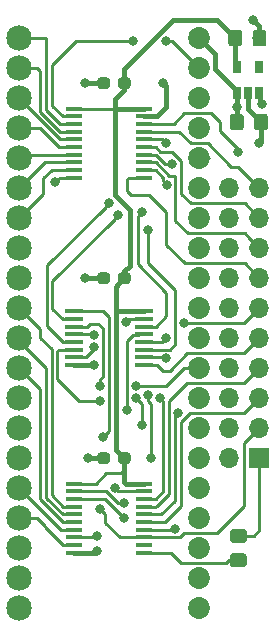
<source format=gbr>
G04 #@! TF.GenerationSoftware,KiCad,Pcbnew,(5.0.0)*
G04 #@! TF.CreationDate,2018-08-25T11:54:27+02:00*
G04 #@! TF.ProjectId,c64board,633634626F6172642E6B696361645F70,rev?*
G04 #@! TF.SameCoordinates,Original*
G04 #@! TF.FileFunction,Copper,L1,Top,Signal*
G04 #@! TF.FilePolarity,Positive*
%FSLAX46Y46*%
G04 Gerber Fmt 4.6, Leading zero omitted, Abs format (unit mm)*
G04 Created by KiCad (PCBNEW (5.0.0)) date 08/25/18 11:54:27*
%MOMM*%
%LPD*%
G01*
G04 APERTURE LIST*
G04 #@! TA.AperFunction,Conductor*
%ADD10C,0.100000*%
G04 #@! TD*
G04 #@! TA.AperFunction,SMDPad,CuDef*
%ADD11C,1.150000*%
G04 #@! TD*
G04 #@! TA.AperFunction,ComponentPad*
%ADD12R,1.700000X1.700000*%
G04 #@! TD*
G04 #@! TA.AperFunction,ComponentPad*
%ADD13O,1.700000X1.700000*%
G04 #@! TD*
G04 #@! TA.AperFunction,SMDPad,CuDef*
%ADD14R,1.450000X0.450000*%
G04 #@! TD*
G04 #@! TA.AperFunction,ComponentPad*
%ADD15C,1.854200*%
G04 #@! TD*
G04 #@! TA.AperFunction,ComponentPad*
%ADD16C,2.159000*%
G04 #@! TD*
G04 #@! TA.AperFunction,SMDPad,CuDef*
%ADD17C,0.950000*%
G04 #@! TD*
G04 #@! TA.AperFunction,SMDPad,CuDef*
%ADD18R,0.650000X1.060000*%
G04 #@! TD*
G04 #@! TA.AperFunction,SMDPad,CuDef*
%ADD19R,1.500000X0.450000*%
G04 #@! TD*
G04 #@! TA.AperFunction,ViaPad*
%ADD20C,0.800000*%
G04 #@! TD*
G04 #@! TA.AperFunction,Conductor*
%ADD21C,0.400000*%
G04 #@! TD*
G04 #@! TA.AperFunction,Conductor*
%ADD22C,0.250000*%
G04 #@! TD*
G04 #@! TA.AperFunction,Conductor*
%ADD23C,0.500000*%
G04 #@! TD*
G04 APERTURE END LIST*
D10*
G04 #@! TO.N,PHI0*
G04 #@! TO.C,R1*
G36*
X153636505Y-97452204D02*
X153660773Y-97455804D01*
X153684572Y-97461765D01*
X153707671Y-97470030D01*
X153729850Y-97480520D01*
X153750893Y-97493132D01*
X153770599Y-97507747D01*
X153788777Y-97524223D01*
X153805253Y-97542401D01*
X153819868Y-97562107D01*
X153832480Y-97583150D01*
X153842970Y-97605329D01*
X153851235Y-97628428D01*
X153857196Y-97652227D01*
X153860796Y-97676495D01*
X153862000Y-97700999D01*
X153862000Y-98351001D01*
X153860796Y-98375505D01*
X153857196Y-98399773D01*
X153851235Y-98423572D01*
X153842970Y-98446671D01*
X153832480Y-98468850D01*
X153819868Y-98489893D01*
X153805253Y-98509599D01*
X153788777Y-98527777D01*
X153770599Y-98544253D01*
X153750893Y-98558868D01*
X153729850Y-98571480D01*
X153707671Y-98581970D01*
X153684572Y-98590235D01*
X153660773Y-98596196D01*
X153636505Y-98599796D01*
X153612001Y-98601000D01*
X152711999Y-98601000D01*
X152687495Y-98599796D01*
X152663227Y-98596196D01*
X152639428Y-98590235D01*
X152616329Y-98581970D01*
X152594150Y-98571480D01*
X152573107Y-98558868D01*
X152553401Y-98544253D01*
X152535223Y-98527777D01*
X152518747Y-98509599D01*
X152504132Y-98489893D01*
X152491520Y-98468850D01*
X152481030Y-98446671D01*
X152472765Y-98423572D01*
X152466804Y-98399773D01*
X152463204Y-98375505D01*
X152462000Y-98351001D01*
X152462000Y-97700999D01*
X152463204Y-97676495D01*
X152466804Y-97652227D01*
X152472765Y-97628428D01*
X152481030Y-97605329D01*
X152491520Y-97583150D01*
X152504132Y-97562107D01*
X152518747Y-97542401D01*
X152535223Y-97524223D01*
X152553401Y-97507747D01*
X152573107Y-97493132D01*
X152594150Y-97480520D01*
X152616329Y-97470030D01*
X152639428Y-97461765D01*
X152663227Y-97455804D01*
X152687495Y-97452204D01*
X152711999Y-97451000D01*
X153612001Y-97451000D01*
X153636505Y-97452204D01*
X153636505Y-97452204D01*
G37*
D11*
G04 #@! TD*
G04 #@! TO.P,R1,1*
G04 #@! TO.N,PHI0*
X153162000Y-98026000D03*
D10*
G04 #@! TO.N,Net-(R1-Pad2)*
G04 #@! TO.C,R1*
G36*
X153636505Y-99502204D02*
X153660773Y-99505804D01*
X153684572Y-99511765D01*
X153707671Y-99520030D01*
X153729850Y-99530520D01*
X153750893Y-99543132D01*
X153770599Y-99557747D01*
X153788777Y-99574223D01*
X153805253Y-99592401D01*
X153819868Y-99612107D01*
X153832480Y-99633150D01*
X153842970Y-99655329D01*
X153851235Y-99678428D01*
X153857196Y-99702227D01*
X153860796Y-99726495D01*
X153862000Y-99750999D01*
X153862000Y-100401001D01*
X153860796Y-100425505D01*
X153857196Y-100449773D01*
X153851235Y-100473572D01*
X153842970Y-100496671D01*
X153832480Y-100518850D01*
X153819868Y-100539893D01*
X153805253Y-100559599D01*
X153788777Y-100577777D01*
X153770599Y-100594253D01*
X153750893Y-100608868D01*
X153729850Y-100621480D01*
X153707671Y-100631970D01*
X153684572Y-100640235D01*
X153660773Y-100646196D01*
X153636505Y-100649796D01*
X153612001Y-100651000D01*
X152711999Y-100651000D01*
X152687495Y-100649796D01*
X152663227Y-100646196D01*
X152639428Y-100640235D01*
X152616329Y-100631970D01*
X152594150Y-100621480D01*
X152573107Y-100608868D01*
X152553401Y-100594253D01*
X152535223Y-100577777D01*
X152518747Y-100559599D01*
X152504132Y-100539893D01*
X152491520Y-100518850D01*
X152481030Y-100496671D01*
X152472765Y-100473572D01*
X152466804Y-100449773D01*
X152463204Y-100425505D01*
X152462000Y-100401001D01*
X152462000Y-99750999D01*
X152463204Y-99726495D01*
X152466804Y-99702227D01*
X152472765Y-99678428D01*
X152481030Y-99655329D01*
X152491520Y-99633150D01*
X152504132Y-99612107D01*
X152518747Y-99592401D01*
X152535223Y-99574223D01*
X152553401Y-99557747D01*
X152573107Y-99543132D01*
X152594150Y-99530520D01*
X152616329Y-99520030D01*
X152639428Y-99511765D01*
X152663227Y-99505804D01*
X152687495Y-99502204D01*
X152711999Y-99501000D01*
X153612001Y-99501000D01*
X153636505Y-99502204D01*
X153636505Y-99502204D01*
G37*
D11*
G04 #@! TD*
G04 #@! TO.P,R1,2*
G04 #@! TO.N,Net-(R1-Pad2)*
X153162000Y-100076000D03*
D12*
G04 #@! TO.P,J1,1*
G04 #@! TO.N,PHI0*
X154940000Y-91440000D03*
D13*
G04 #@! TO.P,J1,2*
G04 #@! TO.N,GND*
X152400000Y-91440000D03*
G04 #@! TO.P,J1,3*
G04 #@! TO.N,AEC*
X154940000Y-88900000D03*
G04 #@! TO.P,J1,4*
G04 #@! TO.N,BA*
X152400000Y-88900000D03*
G04 #@! TO.P,J1,5*
G04 #@! TO.N,RW*
X154940000Y-86360000D03*
G04 #@! TO.P,J1,6*
G04 #@! TO.N,CS*
X152400000Y-86360000D03*
G04 #@! TO.P,J1,7*
G04 #@! TO.N,A0*
X154940000Y-83820000D03*
G04 #@! TO.P,J1,8*
G04 #@! TO.N,A1*
X152400000Y-83820000D03*
G04 #@! TO.P,J1,9*
G04 #@! TO.N,DB8_A2*
X154940000Y-81280000D03*
G04 #@! TO.P,J1,10*
G04 #@! TO.N,DB9_A3*
X152400000Y-81280000D03*
G04 #@! TO.P,J1,11*
G04 #@! TO.N,DB10_A4*
X154940000Y-78740000D03*
G04 #@! TO.P,J1,12*
G04 #@! TO.N,DB11_A5*
X152400000Y-78740000D03*
G04 #@! TO.P,J1,13*
G04 #@! TO.N,DB0*
X154940000Y-76200000D03*
G04 #@! TO.P,J1,14*
G04 #@! TO.N,DB1*
X152400000Y-76200000D03*
G04 #@! TO.P,J1,15*
G04 #@! TO.N,DB2*
X154940000Y-73660000D03*
G04 #@! TO.P,J1,16*
G04 #@! TO.N,DB3*
X152400000Y-73660000D03*
G04 #@! TO.P,J1,17*
G04 #@! TO.N,DB4*
X154940000Y-71120000D03*
G04 #@! TO.P,J1,18*
G04 #@! TO.N,DB5*
X152400000Y-71120000D03*
G04 #@! TO.P,J1,19*
G04 #@! TO.N,DB6*
X154940000Y-68580000D03*
G04 #@! TO.P,J1,20*
G04 #@! TO.N,DB7*
X152400000Y-68580000D03*
G04 #@! TD*
D14*
G04 #@! TO.P,U5,20*
G04 #@! TO.N,+3V3*
X145190000Y-93595000D03*
G04 #@! TO.P,U5,19*
G04 #@! TO.N,GND*
X145190000Y-94245000D03*
G04 #@! TO.P,U5,18*
G04 #@! TO.N,A1*
X145190000Y-94895000D03*
G04 #@! TO.P,U5,17*
G04 #@! TO.N,A0*
X145190000Y-95545000D03*
G04 #@! TO.P,U5,16*
G04 #@! TO.N,CS*
X145190000Y-96195000D03*
G04 #@! TO.P,U5,15*
G04 #@! TO.N,RW*
X145190000Y-96845000D03*
G04 #@! TO.P,U5,14*
G04 #@! TO.N,BA*
X145190000Y-97495000D03*
G04 #@! TO.P,U5,13*
G04 #@! TO.N,AEC*
X145190000Y-98145000D03*
G04 #@! TO.P,U5,12*
G04 #@! TO.N,Net-(U5-Pad12)*
X145190000Y-98795000D03*
G04 #@! TO.P,U5,11*
G04 #@! TO.N,Net-(R1-Pad2)*
X145190000Y-99445000D03*
G04 #@! TO.P,U5,10*
G04 #@! TO.N,GND*
X139290000Y-99445000D03*
G04 #@! TO.P,U5,9*
G04 #@! TO.N,Net-(U1-Pad17)*
X139290000Y-98795000D03*
G04 #@! TO.P,U5,8*
G04 #@! TO.N,GND*
X139290000Y-98145000D03*
G04 #@! TO.P,U5,7*
G04 #@! TO.N,Net-(U1-Pad16)*
X139290000Y-97495000D03*
G04 #@! TO.P,U5,6*
G04 #@! TO.N,Net-(U1-Pad12)*
X139290000Y-96845000D03*
G04 #@! TO.P,U5,5*
G04 #@! TO.N,Net-(U1-Pad11)*
X139290000Y-96195000D03*
G04 #@! TO.P,U5,4*
G04 #@! TO.N,Net-(U1-Pad10)*
X139290000Y-95545000D03*
G04 #@! TO.P,U5,3*
G04 #@! TO.N,Net-(U1-Pad24)*
X139290000Y-94895000D03*
G04 #@! TO.P,U5,2*
G04 #@! TO.N,Net-(U1-Pad25)*
X139290000Y-94245000D03*
G04 #@! TO.P,U5,1*
G04 #@! TO.N,+3V3*
X139290000Y-93595000D03*
G04 #@! TD*
D15*
G04 #@! TO.P,U1,40*
G04 #@! TO.N,+5V*
X149860000Y-55880000D03*
G04 #@! TO.P,U1,39*
G04 #@! TO.N,Net-(U1-Pad39)*
X149860000Y-58420000D03*
G04 #@! TO.P,U1,38*
G04 #@! TO.N,Net-(U1-Pad38)*
X149860000Y-60960000D03*
G04 #@! TO.P,U1,37*
G04 #@! TO.N,Net-(U1-Pad37)*
X149860000Y-63500000D03*
G04 #@! TO.P,U1,36*
G04 #@! TO.N,Net-(U1-Pad36)*
X149860000Y-66040000D03*
G04 #@! TO.P,U1,35*
G04 #@! TO.N,Net-(U1-Pad35)*
X149860000Y-68580000D03*
G04 #@! TO.P,U1,34*
G04 #@! TO.N,Net-(U1-Pad34)*
X149860000Y-71120000D03*
G04 #@! TO.P,U1,33*
G04 #@! TO.N,Net-(U1-Pad33)*
X149860000Y-73660000D03*
G04 #@! TO.P,U1,32*
G04 #@! TO.N,Net-(U1-Pad32)*
X149860000Y-76200000D03*
G04 #@! TO.P,U1,31*
G04 #@! TO.N,Net-(U1-Pad31)*
X149860000Y-78740000D03*
G04 #@! TO.P,U1,30*
G04 #@! TO.N,Net-(U1-Pad30)*
X149860000Y-81280000D03*
G04 #@! TO.P,U1,29*
G04 #@! TO.N,Net-(U1-Pad29)*
X149860000Y-83820000D03*
G04 #@! TO.P,U1,28*
G04 #@! TO.N,Net-(U1-Pad28)*
X149860000Y-86360000D03*
G04 #@! TO.P,U1,27*
G04 #@! TO.N,Net-(U1-Pad27)*
X149860000Y-88900000D03*
G04 #@! TO.P,U1,26*
G04 #@! TO.N,Net-(U1-Pad26)*
X149860000Y-91440000D03*
G04 #@! TO.P,U1,25*
G04 #@! TO.N,Net-(U1-Pad25)*
X149860000Y-93980000D03*
G04 #@! TO.P,U1,24*
G04 #@! TO.N,Net-(U1-Pad24)*
X149860000Y-96520000D03*
G04 #@! TO.P,U1,23*
G04 #@! TO.N,Net-(U1-Pad23)*
X149860000Y-99060000D03*
G04 #@! TO.P,U1,22*
G04 #@! TO.N,Net-(U1-Pad22)*
X149860000Y-101600000D03*
G04 #@! TO.P,U1,21*
G04 #@! TO.N,Net-(U1-Pad21)*
X149860000Y-104140000D03*
D16*
G04 #@! TO.P,U1,20*
G04 #@! TO.N,GND*
X134620000Y-104140000D03*
G04 #@! TO.P,U1,19*
G04 #@! TO.N,Net-(U1-Pad19)*
X134620000Y-101600000D03*
G04 #@! TO.P,U1,18*
G04 #@! TO.N,Net-(U1-Pad18)*
X134620000Y-99060000D03*
G04 #@! TO.P,U1,17*
G04 #@! TO.N,Net-(U1-Pad17)*
X134620000Y-96520000D03*
G04 #@! TO.P,U1,16*
G04 #@! TO.N,Net-(U1-Pad16)*
X134620000Y-93980000D03*
G04 #@! TO.P,U1,15*
G04 #@! TO.N,Net-(U1-Pad15)*
X134620000Y-91440000D03*
G04 #@! TO.P,U1,14*
G04 #@! TO.N,Net-(U1-Pad14)*
X134620000Y-88900000D03*
G04 #@! TO.P,U1,13*
G04 #@! TO.N,Net-(U1-Pad13)*
X134620000Y-86360000D03*
G04 #@! TO.P,U1,12*
G04 #@! TO.N,Net-(U1-Pad12)*
X134620000Y-83820000D03*
G04 #@! TO.P,U1,11*
G04 #@! TO.N,Net-(U1-Pad11)*
X134620000Y-81280000D03*
G04 #@! TO.P,U1,9*
G04 #@! TO.N,Net-(U1-Pad9)*
X134620000Y-76200000D03*
G04 #@! TO.P,U1,8*
G04 #@! TO.N,Net-(U1-Pad8)*
X134620000Y-73660000D03*
G04 #@! TO.P,U1,7*
G04 #@! TO.N,Net-(U1-Pad7)*
X134620000Y-71120000D03*
G04 #@! TO.P,U1,6*
G04 #@! TO.N,Net-(U1-Pad6)*
X134620000Y-68580000D03*
G04 #@! TO.P,U1,5*
G04 #@! TO.N,Net-(U1-Pad5)*
X134620000Y-66040000D03*
G04 #@! TO.P,U1,4*
G04 #@! TO.N,Net-(U1-Pad4)*
X134620000Y-63500000D03*
G04 #@! TO.P,U1,3*
G04 #@! TO.N,Net-(U1-Pad3)*
X134620000Y-60960000D03*
G04 #@! TO.P,U1,2*
G04 #@! TO.N,Net-(U1-Pad2)*
X134620000Y-58420000D03*
G04 #@! TO.P,U1,1*
G04 #@! TO.N,Net-(U1-Pad1)*
X134620000Y-55880000D03*
G04 #@! TO.P,U1,10*
G04 #@! TO.N,Net-(U1-Pad10)*
X134620000Y-78740000D03*
G04 #@! TD*
D10*
G04 #@! TO.N,+5V*
G04 #@! TO.C,C1*
G36*
X153384505Y-62293204D02*
X153408773Y-62296804D01*
X153432572Y-62302765D01*
X153455671Y-62311030D01*
X153477850Y-62321520D01*
X153498893Y-62334132D01*
X153518599Y-62348747D01*
X153536777Y-62365223D01*
X153553253Y-62383401D01*
X153567868Y-62403107D01*
X153580480Y-62424150D01*
X153590970Y-62446329D01*
X153599235Y-62469428D01*
X153605196Y-62493227D01*
X153608796Y-62517495D01*
X153610000Y-62541999D01*
X153610000Y-63442001D01*
X153608796Y-63466505D01*
X153605196Y-63490773D01*
X153599235Y-63514572D01*
X153590970Y-63537671D01*
X153580480Y-63559850D01*
X153567868Y-63580893D01*
X153553253Y-63600599D01*
X153536777Y-63618777D01*
X153518599Y-63635253D01*
X153498893Y-63649868D01*
X153477850Y-63662480D01*
X153455671Y-63672970D01*
X153432572Y-63681235D01*
X153408773Y-63687196D01*
X153384505Y-63690796D01*
X153360001Y-63692000D01*
X152709999Y-63692000D01*
X152685495Y-63690796D01*
X152661227Y-63687196D01*
X152637428Y-63681235D01*
X152614329Y-63672970D01*
X152592150Y-63662480D01*
X152571107Y-63649868D01*
X152551401Y-63635253D01*
X152533223Y-63618777D01*
X152516747Y-63600599D01*
X152502132Y-63580893D01*
X152489520Y-63559850D01*
X152479030Y-63537671D01*
X152470765Y-63514572D01*
X152464804Y-63490773D01*
X152461204Y-63466505D01*
X152460000Y-63442001D01*
X152460000Y-62541999D01*
X152461204Y-62517495D01*
X152464804Y-62493227D01*
X152470765Y-62469428D01*
X152479030Y-62446329D01*
X152489520Y-62424150D01*
X152502132Y-62403107D01*
X152516747Y-62383401D01*
X152533223Y-62365223D01*
X152551401Y-62348747D01*
X152571107Y-62334132D01*
X152592150Y-62321520D01*
X152614329Y-62311030D01*
X152637428Y-62302765D01*
X152661227Y-62296804D01*
X152685495Y-62293204D01*
X152709999Y-62292000D01*
X153360001Y-62292000D01*
X153384505Y-62293204D01*
X153384505Y-62293204D01*
G37*
D11*
G04 #@! TD*
G04 #@! TO.P,C1,1*
G04 #@! TO.N,+5V*
X153035000Y-62992000D03*
D10*
G04 #@! TO.N,GND*
G04 #@! TO.C,C1*
G36*
X155434505Y-62293204D02*
X155458773Y-62296804D01*
X155482572Y-62302765D01*
X155505671Y-62311030D01*
X155527850Y-62321520D01*
X155548893Y-62334132D01*
X155568599Y-62348747D01*
X155586777Y-62365223D01*
X155603253Y-62383401D01*
X155617868Y-62403107D01*
X155630480Y-62424150D01*
X155640970Y-62446329D01*
X155649235Y-62469428D01*
X155655196Y-62493227D01*
X155658796Y-62517495D01*
X155660000Y-62541999D01*
X155660000Y-63442001D01*
X155658796Y-63466505D01*
X155655196Y-63490773D01*
X155649235Y-63514572D01*
X155640970Y-63537671D01*
X155630480Y-63559850D01*
X155617868Y-63580893D01*
X155603253Y-63600599D01*
X155586777Y-63618777D01*
X155568599Y-63635253D01*
X155548893Y-63649868D01*
X155527850Y-63662480D01*
X155505671Y-63672970D01*
X155482572Y-63681235D01*
X155458773Y-63687196D01*
X155434505Y-63690796D01*
X155410001Y-63692000D01*
X154759999Y-63692000D01*
X154735495Y-63690796D01*
X154711227Y-63687196D01*
X154687428Y-63681235D01*
X154664329Y-63672970D01*
X154642150Y-63662480D01*
X154621107Y-63649868D01*
X154601401Y-63635253D01*
X154583223Y-63618777D01*
X154566747Y-63600599D01*
X154552132Y-63580893D01*
X154539520Y-63559850D01*
X154529030Y-63537671D01*
X154520765Y-63514572D01*
X154514804Y-63490773D01*
X154511204Y-63466505D01*
X154510000Y-63442001D01*
X154510000Y-62541999D01*
X154511204Y-62517495D01*
X154514804Y-62493227D01*
X154520765Y-62469428D01*
X154529030Y-62446329D01*
X154539520Y-62424150D01*
X154552132Y-62403107D01*
X154566747Y-62383401D01*
X154583223Y-62365223D01*
X154601401Y-62348747D01*
X154621107Y-62334132D01*
X154642150Y-62321520D01*
X154664329Y-62311030D01*
X154687428Y-62302765D01*
X154711227Y-62296804D01*
X154735495Y-62293204D01*
X154759999Y-62292000D01*
X155410001Y-62292000D01*
X155434505Y-62293204D01*
X155434505Y-62293204D01*
G37*
D11*
G04 #@! TD*
G04 #@! TO.P,C1,2*
G04 #@! TO.N,GND*
X155085000Y-62992000D03*
D10*
G04 #@! TO.N,GND*
G04 #@! TO.C,C2*
G36*
X155298505Y-55181204D02*
X155322773Y-55184804D01*
X155346572Y-55190765D01*
X155369671Y-55199030D01*
X155391850Y-55209520D01*
X155412893Y-55222132D01*
X155432599Y-55236747D01*
X155450777Y-55253223D01*
X155467253Y-55271401D01*
X155481868Y-55291107D01*
X155494480Y-55312150D01*
X155504970Y-55334329D01*
X155513235Y-55357428D01*
X155519196Y-55381227D01*
X155522796Y-55405495D01*
X155524000Y-55429999D01*
X155524000Y-56330001D01*
X155522796Y-56354505D01*
X155519196Y-56378773D01*
X155513235Y-56402572D01*
X155504970Y-56425671D01*
X155494480Y-56447850D01*
X155481868Y-56468893D01*
X155467253Y-56488599D01*
X155450777Y-56506777D01*
X155432599Y-56523253D01*
X155412893Y-56537868D01*
X155391850Y-56550480D01*
X155369671Y-56560970D01*
X155346572Y-56569235D01*
X155322773Y-56575196D01*
X155298505Y-56578796D01*
X155274001Y-56580000D01*
X154623999Y-56580000D01*
X154599495Y-56578796D01*
X154575227Y-56575196D01*
X154551428Y-56569235D01*
X154528329Y-56560970D01*
X154506150Y-56550480D01*
X154485107Y-56537868D01*
X154465401Y-56523253D01*
X154447223Y-56506777D01*
X154430747Y-56488599D01*
X154416132Y-56468893D01*
X154403520Y-56447850D01*
X154393030Y-56425671D01*
X154384765Y-56402572D01*
X154378804Y-56378773D01*
X154375204Y-56354505D01*
X154374000Y-56330001D01*
X154374000Y-55429999D01*
X154375204Y-55405495D01*
X154378804Y-55381227D01*
X154384765Y-55357428D01*
X154393030Y-55334329D01*
X154403520Y-55312150D01*
X154416132Y-55291107D01*
X154430747Y-55271401D01*
X154447223Y-55253223D01*
X154465401Y-55236747D01*
X154485107Y-55222132D01*
X154506150Y-55209520D01*
X154528329Y-55199030D01*
X154551428Y-55190765D01*
X154575227Y-55184804D01*
X154599495Y-55181204D01*
X154623999Y-55180000D01*
X155274001Y-55180000D01*
X155298505Y-55181204D01*
X155298505Y-55181204D01*
G37*
D11*
G04 #@! TD*
G04 #@! TO.P,C2,2*
G04 #@! TO.N,GND*
X154949000Y-55880000D03*
D10*
G04 #@! TO.N,+3V3*
G04 #@! TO.C,C2*
G36*
X153248505Y-55181204D02*
X153272773Y-55184804D01*
X153296572Y-55190765D01*
X153319671Y-55199030D01*
X153341850Y-55209520D01*
X153362893Y-55222132D01*
X153382599Y-55236747D01*
X153400777Y-55253223D01*
X153417253Y-55271401D01*
X153431868Y-55291107D01*
X153444480Y-55312150D01*
X153454970Y-55334329D01*
X153463235Y-55357428D01*
X153469196Y-55381227D01*
X153472796Y-55405495D01*
X153474000Y-55429999D01*
X153474000Y-56330001D01*
X153472796Y-56354505D01*
X153469196Y-56378773D01*
X153463235Y-56402572D01*
X153454970Y-56425671D01*
X153444480Y-56447850D01*
X153431868Y-56468893D01*
X153417253Y-56488599D01*
X153400777Y-56506777D01*
X153382599Y-56523253D01*
X153362893Y-56537868D01*
X153341850Y-56550480D01*
X153319671Y-56560970D01*
X153296572Y-56569235D01*
X153272773Y-56575196D01*
X153248505Y-56578796D01*
X153224001Y-56580000D01*
X152573999Y-56580000D01*
X152549495Y-56578796D01*
X152525227Y-56575196D01*
X152501428Y-56569235D01*
X152478329Y-56560970D01*
X152456150Y-56550480D01*
X152435107Y-56537868D01*
X152415401Y-56523253D01*
X152397223Y-56506777D01*
X152380747Y-56488599D01*
X152366132Y-56468893D01*
X152353520Y-56447850D01*
X152343030Y-56425671D01*
X152334765Y-56402572D01*
X152328804Y-56378773D01*
X152325204Y-56354505D01*
X152324000Y-56330001D01*
X152324000Y-55429999D01*
X152325204Y-55405495D01*
X152328804Y-55381227D01*
X152334765Y-55357428D01*
X152343030Y-55334329D01*
X152353520Y-55312150D01*
X152366132Y-55291107D01*
X152380747Y-55271401D01*
X152397223Y-55253223D01*
X152415401Y-55236747D01*
X152435107Y-55222132D01*
X152456150Y-55209520D01*
X152478329Y-55199030D01*
X152501428Y-55190765D01*
X152525227Y-55184804D01*
X152549495Y-55181204D01*
X152573999Y-55180000D01*
X153224001Y-55180000D01*
X153248505Y-55181204D01*
X153248505Y-55181204D01*
G37*
D11*
G04 #@! TD*
G04 #@! TO.P,C2,1*
G04 #@! TO.N,+3V3*
X152899000Y-55880000D03*
D10*
G04 #@! TO.N,+3V3*
G04 #@! TO.C,C3*
G36*
X143820779Y-75726144D02*
X143843834Y-75729563D01*
X143866443Y-75735227D01*
X143888387Y-75743079D01*
X143909457Y-75753044D01*
X143929448Y-75765026D01*
X143948168Y-75778910D01*
X143965438Y-75794562D01*
X143981090Y-75811832D01*
X143994974Y-75830552D01*
X144006956Y-75850543D01*
X144016921Y-75871613D01*
X144024773Y-75893557D01*
X144030437Y-75916166D01*
X144033856Y-75939221D01*
X144035000Y-75962500D01*
X144035000Y-76437500D01*
X144033856Y-76460779D01*
X144030437Y-76483834D01*
X144024773Y-76506443D01*
X144016921Y-76528387D01*
X144006956Y-76549457D01*
X143994974Y-76569448D01*
X143981090Y-76588168D01*
X143965438Y-76605438D01*
X143948168Y-76621090D01*
X143929448Y-76634974D01*
X143909457Y-76646956D01*
X143888387Y-76656921D01*
X143866443Y-76664773D01*
X143843834Y-76670437D01*
X143820779Y-76673856D01*
X143797500Y-76675000D01*
X143222500Y-76675000D01*
X143199221Y-76673856D01*
X143176166Y-76670437D01*
X143153557Y-76664773D01*
X143131613Y-76656921D01*
X143110543Y-76646956D01*
X143090552Y-76634974D01*
X143071832Y-76621090D01*
X143054562Y-76605438D01*
X143038910Y-76588168D01*
X143025026Y-76569448D01*
X143013044Y-76549457D01*
X143003079Y-76528387D01*
X142995227Y-76506443D01*
X142989563Y-76483834D01*
X142986144Y-76460779D01*
X142985000Y-76437500D01*
X142985000Y-75962500D01*
X142986144Y-75939221D01*
X142989563Y-75916166D01*
X142995227Y-75893557D01*
X143003079Y-75871613D01*
X143013044Y-75850543D01*
X143025026Y-75830552D01*
X143038910Y-75811832D01*
X143054562Y-75794562D01*
X143071832Y-75778910D01*
X143090552Y-75765026D01*
X143110543Y-75753044D01*
X143131613Y-75743079D01*
X143153557Y-75735227D01*
X143176166Y-75729563D01*
X143199221Y-75726144D01*
X143222500Y-75725000D01*
X143797500Y-75725000D01*
X143820779Y-75726144D01*
X143820779Y-75726144D01*
G37*
D17*
G04 #@! TD*
G04 #@! TO.P,C3,1*
G04 #@! TO.N,+3V3*
X143510000Y-76200000D03*
D10*
G04 #@! TO.N,GND*
G04 #@! TO.C,C3*
G36*
X142070779Y-75726144D02*
X142093834Y-75729563D01*
X142116443Y-75735227D01*
X142138387Y-75743079D01*
X142159457Y-75753044D01*
X142179448Y-75765026D01*
X142198168Y-75778910D01*
X142215438Y-75794562D01*
X142231090Y-75811832D01*
X142244974Y-75830552D01*
X142256956Y-75850543D01*
X142266921Y-75871613D01*
X142274773Y-75893557D01*
X142280437Y-75916166D01*
X142283856Y-75939221D01*
X142285000Y-75962500D01*
X142285000Y-76437500D01*
X142283856Y-76460779D01*
X142280437Y-76483834D01*
X142274773Y-76506443D01*
X142266921Y-76528387D01*
X142256956Y-76549457D01*
X142244974Y-76569448D01*
X142231090Y-76588168D01*
X142215438Y-76605438D01*
X142198168Y-76621090D01*
X142179448Y-76634974D01*
X142159457Y-76646956D01*
X142138387Y-76656921D01*
X142116443Y-76664773D01*
X142093834Y-76670437D01*
X142070779Y-76673856D01*
X142047500Y-76675000D01*
X141472500Y-76675000D01*
X141449221Y-76673856D01*
X141426166Y-76670437D01*
X141403557Y-76664773D01*
X141381613Y-76656921D01*
X141360543Y-76646956D01*
X141340552Y-76634974D01*
X141321832Y-76621090D01*
X141304562Y-76605438D01*
X141288910Y-76588168D01*
X141275026Y-76569448D01*
X141263044Y-76549457D01*
X141253079Y-76528387D01*
X141245227Y-76506443D01*
X141239563Y-76483834D01*
X141236144Y-76460779D01*
X141235000Y-76437500D01*
X141235000Y-75962500D01*
X141236144Y-75939221D01*
X141239563Y-75916166D01*
X141245227Y-75893557D01*
X141253079Y-75871613D01*
X141263044Y-75850543D01*
X141275026Y-75830552D01*
X141288910Y-75811832D01*
X141304562Y-75794562D01*
X141321832Y-75778910D01*
X141340552Y-75765026D01*
X141360543Y-75753044D01*
X141381613Y-75743079D01*
X141403557Y-75735227D01*
X141426166Y-75729563D01*
X141449221Y-75726144D01*
X141472500Y-75725000D01*
X142047500Y-75725000D01*
X142070779Y-75726144D01*
X142070779Y-75726144D01*
G37*
D17*
G04 #@! TD*
G04 #@! TO.P,C3,2*
G04 #@! TO.N,GND*
X141760000Y-76200000D03*
D10*
G04 #@! TO.N,GND*
G04 #@! TO.C,C4*
G36*
X142070779Y-59216144D02*
X142093834Y-59219563D01*
X142116443Y-59225227D01*
X142138387Y-59233079D01*
X142159457Y-59243044D01*
X142179448Y-59255026D01*
X142198168Y-59268910D01*
X142215438Y-59284562D01*
X142231090Y-59301832D01*
X142244974Y-59320552D01*
X142256956Y-59340543D01*
X142266921Y-59361613D01*
X142274773Y-59383557D01*
X142280437Y-59406166D01*
X142283856Y-59429221D01*
X142285000Y-59452500D01*
X142285000Y-59927500D01*
X142283856Y-59950779D01*
X142280437Y-59973834D01*
X142274773Y-59996443D01*
X142266921Y-60018387D01*
X142256956Y-60039457D01*
X142244974Y-60059448D01*
X142231090Y-60078168D01*
X142215438Y-60095438D01*
X142198168Y-60111090D01*
X142179448Y-60124974D01*
X142159457Y-60136956D01*
X142138387Y-60146921D01*
X142116443Y-60154773D01*
X142093834Y-60160437D01*
X142070779Y-60163856D01*
X142047500Y-60165000D01*
X141472500Y-60165000D01*
X141449221Y-60163856D01*
X141426166Y-60160437D01*
X141403557Y-60154773D01*
X141381613Y-60146921D01*
X141360543Y-60136956D01*
X141340552Y-60124974D01*
X141321832Y-60111090D01*
X141304562Y-60095438D01*
X141288910Y-60078168D01*
X141275026Y-60059448D01*
X141263044Y-60039457D01*
X141253079Y-60018387D01*
X141245227Y-59996443D01*
X141239563Y-59973834D01*
X141236144Y-59950779D01*
X141235000Y-59927500D01*
X141235000Y-59452500D01*
X141236144Y-59429221D01*
X141239563Y-59406166D01*
X141245227Y-59383557D01*
X141253079Y-59361613D01*
X141263044Y-59340543D01*
X141275026Y-59320552D01*
X141288910Y-59301832D01*
X141304562Y-59284562D01*
X141321832Y-59268910D01*
X141340552Y-59255026D01*
X141360543Y-59243044D01*
X141381613Y-59233079D01*
X141403557Y-59225227D01*
X141426166Y-59219563D01*
X141449221Y-59216144D01*
X141472500Y-59215000D01*
X142047500Y-59215000D01*
X142070779Y-59216144D01*
X142070779Y-59216144D01*
G37*
D17*
G04 #@! TD*
G04 #@! TO.P,C4,2*
G04 #@! TO.N,GND*
X141760000Y-59690000D03*
D10*
G04 #@! TO.N,+3V3*
G04 #@! TO.C,C4*
G36*
X143820779Y-59216144D02*
X143843834Y-59219563D01*
X143866443Y-59225227D01*
X143888387Y-59233079D01*
X143909457Y-59243044D01*
X143929448Y-59255026D01*
X143948168Y-59268910D01*
X143965438Y-59284562D01*
X143981090Y-59301832D01*
X143994974Y-59320552D01*
X144006956Y-59340543D01*
X144016921Y-59361613D01*
X144024773Y-59383557D01*
X144030437Y-59406166D01*
X144033856Y-59429221D01*
X144035000Y-59452500D01*
X144035000Y-59927500D01*
X144033856Y-59950779D01*
X144030437Y-59973834D01*
X144024773Y-59996443D01*
X144016921Y-60018387D01*
X144006956Y-60039457D01*
X143994974Y-60059448D01*
X143981090Y-60078168D01*
X143965438Y-60095438D01*
X143948168Y-60111090D01*
X143929448Y-60124974D01*
X143909457Y-60136956D01*
X143888387Y-60146921D01*
X143866443Y-60154773D01*
X143843834Y-60160437D01*
X143820779Y-60163856D01*
X143797500Y-60165000D01*
X143222500Y-60165000D01*
X143199221Y-60163856D01*
X143176166Y-60160437D01*
X143153557Y-60154773D01*
X143131613Y-60146921D01*
X143110543Y-60136956D01*
X143090552Y-60124974D01*
X143071832Y-60111090D01*
X143054562Y-60095438D01*
X143038910Y-60078168D01*
X143025026Y-60059448D01*
X143013044Y-60039457D01*
X143003079Y-60018387D01*
X142995227Y-59996443D01*
X142989563Y-59973834D01*
X142986144Y-59950779D01*
X142985000Y-59927500D01*
X142985000Y-59452500D01*
X142986144Y-59429221D01*
X142989563Y-59406166D01*
X142995227Y-59383557D01*
X143003079Y-59361613D01*
X143013044Y-59340543D01*
X143025026Y-59320552D01*
X143038910Y-59301832D01*
X143054562Y-59284562D01*
X143071832Y-59268910D01*
X143090552Y-59255026D01*
X143110543Y-59243044D01*
X143131613Y-59233079D01*
X143153557Y-59225227D01*
X143176166Y-59219563D01*
X143199221Y-59216144D01*
X143222500Y-59215000D01*
X143797500Y-59215000D01*
X143820779Y-59216144D01*
X143820779Y-59216144D01*
G37*
D17*
G04 #@! TD*
G04 #@! TO.P,C4,1*
G04 #@! TO.N,+3V3*
X143510000Y-59690000D03*
D10*
G04 #@! TO.N,+3V3*
G04 #@! TO.C,C5*
G36*
X143820779Y-90966144D02*
X143843834Y-90969563D01*
X143866443Y-90975227D01*
X143888387Y-90983079D01*
X143909457Y-90993044D01*
X143929448Y-91005026D01*
X143948168Y-91018910D01*
X143965438Y-91034562D01*
X143981090Y-91051832D01*
X143994974Y-91070552D01*
X144006956Y-91090543D01*
X144016921Y-91111613D01*
X144024773Y-91133557D01*
X144030437Y-91156166D01*
X144033856Y-91179221D01*
X144035000Y-91202500D01*
X144035000Y-91677500D01*
X144033856Y-91700779D01*
X144030437Y-91723834D01*
X144024773Y-91746443D01*
X144016921Y-91768387D01*
X144006956Y-91789457D01*
X143994974Y-91809448D01*
X143981090Y-91828168D01*
X143965438Y-91845438D01*
X143948168Y-91861090D01*
X143929448Y-91874974D01*
X143909457Y-91886956D01*
X143888387Y-91896921D01*
X143866443Y-91904773D01*
X143843834Y-91910437D01*
X143820779Y-91913856D01*
X143797500Y-91915000D01*
X143222500Y-91915000D01*
X143199221Y-91913856D01*
X143176166Y-91910437D01*
X143153557Y-91904773D01*
X143131613Y-91896921D01*
X143110543Y-91886956D01*
X143090552Y-91874974D01*
X143071832Y-91861090D01*
X143054562Y-91845438D01*
X143038910Y-91828168D01*
X143025026Y-91809448D01*
X143013044Y-91789457D01*
X143003079Y-91768387D01*
X142995227Y-91746443D01*
X142989563Y-91723834D01*
X142986144Y-91700779D01*
X142985000Y-91677500D01*
X142985000Y-91202500D01*
X142986144Y-91179221D01*
X142989563Y-91156166D01*
X142995227Y-91133557D01*
X143003079Y-91111613D01*
X143013044Y-91090543D01*
X143025026Y-91070552D01*
X143038910Y-91051832D01*
X143054562Y-91034562D01*
X143071832Y-91018910D01*
X143090552Y-91005026D01*
X143110543Y-90993044D01*
X143131613Y-90983079D01*
X143153557Y-90975227D01*
X143176166Y-90969563D01*
X143199221Y-90966144D01*
X143222500Y-90965000D01*
X143797500Y-90965000D01*
X143820779Y-90966144D01*
X143820779Y-90966144D01*
G37*
D17*
G04 #@! TD*
G04 #@! TO.P,C5,1*
G04 #@! TO.N,+3V3*
X143510000Y-91440000D03*
D10*
G04 #@! TO.N,GND*
G04 #@! TO.C,C5*
G36*
X142070779Y-90966144D02*
X142093834Y-90969563D01*
X142116443Y-90975227D01*
X142138387Y-90983079D01*
X142159457Y-90993044D01*
X142179448Y-91005026D01*
X142198168Y-91018910D01*
X142215438Y-91034562D01*
X142231090Y-91051832D01*
X142244974Y-91070552D01*
X142256956Y-91090543D01*
X142266921Y-91111613D01*
X142274773Y-91133557D01*
X142280437Y-91156166D01*
X142283856Y-91179221D01*
X142285000Y-91202500D01*
X142285000Y-91677500D01*
X142283856Y-91700779D01*
X142280437Y-91723834D01*
X142274773Y-91746443D01*
X142266921Y-91768387D01*
X142256956Y-91789457D01*
X142244974Y-91809448D01*
X142231090Y-91828168D01*
X142215438Y-91845438D01*
X142198168Y-91861090D01*
X142179448Y-91874974D01*
X142159457Y-91886956D01*
X142138387Y-91896921D01*
X142116443Y-91904773D01*
X142093834Y-91910437D01*
X142070779Y-91913856D01*
X142047500Y-91915000D01*
X141472500Y-91915000D01*
X141449221Y-91913856D01*
X141426166Y-91910437D01*
X141403557Y-91904773D01*
X141381613Y-91896921D01*
X141360543Y-91886956D01*
X141340552Y-91874974D01*
X141321832Y-91861090D01*
X141304562Y-91845438D01*
X141288910Y-91828168D01*
X141275026Y-91809448D01*
X141263044Y-91789457D01*
X141253079Y-91768387D01*
X141245227Y-91746443D01*
X141239563Y-91723834D01*
X141236144Y-91700779D01*
X141235000Y-91677500D01*
X141235000Y-91202500D01*
X141236144Y-91179221D01*
X141239563Y-91156166D01*
X141245227Y-91133557D01*
X141253079Y-91111613D01*
X141263044Y-91090543D01*
X141275026Y-91070552D01*
X141288910Y-91051832D01*
X141304562Y-91034562D01*
X141321832Y-91018910D01*
X141340552Y-91005026D01*
X141360543Y-90993044D01*
X141381613Y-90983079D01*
X141403557Y-90975227D01*
X141426166Y-90969563D01*
X141449221Y-90966144D01*
X141472500Y-90965000D01*
X142047500Y-90965000D01*
X142070779Y-90966144D01*
X142070779Y-90966144D01*
G37*
D17*
G04 #@! TD*
G04 #@! TO.P,C5,2*
G04 #@! TO.N,GND*
X141760000Y-91440000D03*
D18*
G04 #@! TO.P,U2,1*
G04 #@! TO.N,+5V*
X153040000Y-60536000D03*
G04 #@! TO.P,U2,2*
G04 #@! TO.N,GND*
X153990000Y-60536000D03*
G04 #@! TO.P,U2,3*
G04 #@! TO.N,+5V*
X154940000Y-60536000D03*
G04 #@! TO.P,U2,4*
G04 #@! TO.N,Net-(U2-Pad4)*
X154940000Y-58336000D03*
G04 #@! TO.P,U2,5*
G04 #@! TO.N,+3V3*
X153040000Y-58336000D03*
G04 #@! TD*
D19*
G04 #@! TO.P,U3,1*
G04 #@! TO.N,AEC*
X139290000Y-79005000D03*
G04 #@! TO.P,U3,2*
G04 #@! TO.N,Net-(U1-Pad35)*
X139290000Y-79655000D03*
G04 #@! TO.P,U3,3*
G04 #@! TO.N,Net-(U1-Pad29)*
X139290000Y-80305000D03*
G04 #@! TO.P,U3,4*
G04 #@! TO.N,DB11_A5*
X139290000Y-80955000D03*
G04 #@! TO.P,U3,5*
G04 #@! TO.N,Net-(U1-Pad37)*
X139290000Y-81605000D03*
G04 #@! TO.P,U3,6*
G04 #@! TO.N,Net-(U1-Pad27)*
X139290000Y-82255000D03*
G04 #@! TO.P,U3,7*
G04 #@! TO.N,DB9_A3*
X139290000Y-82905000D03*
G04 #@! TO.P,U3,8*
G04 #@! TO.N,GND*
X139290000Y-83555000D03*
G04 #@! TO.P,U3,9*
G04 #@! TO.N,DB8_A2*
X145190000Y-83555000D03*
G04 #@! TO.P,U3,10*
G04 #@! TO.N,Net-(U1-Pad26)*
X145190000Y-82905000D03*
G04 #@! TO.P,U3,11*
G04 #@! TO.N,Net-(U1-Pad38)*
X145190000Y-82255000D03*
G04 #@! TO.P,U3,12*
G04 #@! TO.N,DB10_A4*
X145190000Y-81605000D03*
G04 #@! TO.P,U3,13*
G04 #@! TO.N,Net-(U1-Pad28)*
X145190000Y-80955000D03*
G04 #@! TO.P,U3,14*
G04 #@! TO.N,Net-(U1-Pad36)*
X145190000Y-80305000D03*
G04 #@! TO.P,U3,15*
G04 #@! TO.N,GND*
X145190000Y-79655000D03*
G04 #@! TO.P,U3,16*
G04 #@! TO.N,+3V3*
X145190000Y-79005000D03*
G04 #@! TD*
D14*
G04 #@! TO.P,U4,1*
G04 #@! TO.N,+3V3*
X139290000Y-61845000D03*
G04 #@! TO.P,U4,2*
G04 #@! TO.N,Net-(U1-Pad39)*
X139290000Y-62495000D03*
G04 #@! TO.P,U4,3*
G04 #@! TO.N,Net-(U1-Pad1)*
X139290000Y-63145000D03*
G04 #@! TO.P,U4,4*
G04 #@! TO.N,Net-(U1-Pad2)*
X139290000Y-63795000D03*
G04 #@! TO.P,U4,5*
G04 #@! TO.N,Net-(U1-Pad3)*
X139290000Y-64445000D03*
G04 #@! TO.P,U4,6*
G04 #@! TO.N,Net-(U1-Pad4)*
X139290000Y-65095000D03*
G04 #@! TO.P,U4,7*
G04 #@! TO.N,Net-(U1-Pad5)*
X139290000Y-65745000D03*
G04 #@! TO.P,U4,8*
G04 #@! TO.N,Net-(U1-Pad6)*
X139290000Y-66395000D03*
G04 #@! TO.P,U4,9*
G04 #@! TO.N,Net-(U1-Pad7)*
X139290000Y-67045000D03*
G04 #@! TO.P,U4,10*
G04 #@! TO.N,GND*
X139290000Y-67695000D03*
G04 #@! TO.P,U4,11*
G04 #@! TO.N,DB0*
X145190000Y-67695000D03*
G04 #@! TO.P,U4,12*
G04 #@! TO.N,DB1*
X145190000Y-67045000D03*
G04 #@! TO.P,U4,13*
G04 #@! TO.N,DB2*
X145190000Y-66395000D03*
G04 #@! TO.P,U4,14*
G04 #@! TO.N,DB3*
X145190000Y-65745000D03*
G04 #@! TO.P,U4,15*
G04 #@! TO.N,DB4*
X145190000Y-65095000D03*
G04 #@! TO.P,U4,16*
G04 #@! TO.N,DB5*
X145190000Y-64445000D03*
G04 #@! TO.P,U4,17*
G04 #@! TO.N,DB6*
X145190000Y-63795000D03*
G04 #@! TO.P,U4,18*
G04 #@! TO.N,DB7*
X145190000Y-63145000D03*
G04 #@! TO.P,U4,19*
G04 #@! TO.N,GND*
X145190000Y-62495000D03*
G04 #@! TO.P,U4,20*
G04 #@! TO.N,+3V3*
X145190000Y-61845000D03*
G04 #@! TD*
D20*
G04 #@! TO.N,+5V*
X153040000Y-61722000D03*
X155194000Y-61468000D03*
G04 #@! TO.N,GND*
X141224000Y-98044000D03*
X141224000Y-99314000D03*
X154940000Y-64770000D03*
X142748000Y-93980000D03*
X140970000Y-83566000D03*
X137668000Y-68072000D03*
X140208000Y-59690000D03*
X154432000Y-54356000D03*
X140208000Y-76200000D03*
X140461990Y-91440000D03*
X146812000Y-59690000D03*
X143675381Y-79900991D03*
G04 #@! TO.N,DB7*
X152400000Y-68580000D03*
X153162000Y-65531996D03*
G04 #@! TO.N,DB5*
X147061338Y-64774658D03*
G04 #@! TO.N,DB3*
X147569347Y-66552653D03*
G04 #@! TO.N,DB1*
X147103000Y-68288725D03*
G04 #@! TO.N,DB11_A5*
X140970000Y-81026000D03*
G04 #@! TO.N,DB10_A4*
X147066000Y-81280000D03*
X148590000Y-80010000D03*
G04 #@! TO.N,DB9_A3*
X140970000Y-82042000D03*
G04 #@! TO.N,A1*
X146558000Y-86360000D03*
G04 #@! TO.N,CS*
X148077347Y-87625347D03*
G04 #@! TO.N,BA*
X147823347Y-97420000D03*
G04 #@! TO.N,AEC*
X141732002Y-89662000D03*
X141478000Y-95758000D03*
G04 #@! TO.N,Net-(U1-Pad39)*
X147066000Y-56134000D03*
X144272000Y-56134000D03*
G04 #@! TO.N,Net-(U1-Pad38)*
X145542000Y-72136000D03*
G04 #@! TO.N,Net-(U1-Pad37)*
X142240000Y-69850000D03*
G04 #@! TO.N,Net-(U1-Pad36)*
X145034000Y-70612000D03*
G04 #@! TO.N,Net-(U1-Pad35)*
X143002000Y-70866000D03*
G04 #@! TO.N,Net-(U1-Pad29)*
X144526000Y-85344000D03*
X141447979Y-85344000D03*
G04 #@! TO.N,Net-(U1-Pad28)*
X143764000Y-87376000D03*
G04 #@! TO.N,Net-(U1-Pad27)*
X145034000Y-88646000D03*
X144526000Y-86360000D03*
X141447979Y-86614000D03*
G04 #@! TO.N,Net-(U1-Pad26)*
X145796000Y-91440000D03*
X145542000Y-86069000D03*
X147021875Y-82980010D03*
G04 #@! TO.N,Net-(U1-Pad25)*
X143510000Y-95250000D03*
G04 #@! TO.N,Net-(U1-Pad24)*
X143510000Y-96520000D03*
G04 #@! TD*
D21*
G04 #@! TO.N,+5V*
X153040000Y-60331000D02*
X153040000Y-60536000D01*
X151187101Y-58478101D02*
X153040000Y-60331000D01*
X151187101Y-57207101D02*
X151187101Y-58478101D01*
X149860000Y-55880000D02*
X151187101Y-57207101D01*
X153040000Y-60536000D02*
X153040000Y-61722000D01*
X153040000Y-62987000D02*
X153035000Y-62992000D01*
X153040000Y-61722000D02*
X153040000Y-62987000D01*
D22*
X154940000Y-60536000D02*
X154940000Y-61316000D01*
X154940000Y-61316000D02*
X155092000Y-61468000D01*
X155092000Y-61468000D02*
X155194000Y-61468000D01*
D23*
G04 #@! TO.N,GND*
X155085000Y-62629000D02*
X155085000Y-62992000D01*
D22*
X139290000Y-98145000D02*
X141123000Y-98145000D01*
X141123000Y-98145000D02*
X141224000Y-98044000D01*
D21*
X141093000Y-99445000D02*
X141224000Y-99314000D01*
X139290000Y-99445000D02*
X141093000Y-99445000D01*
X153990000Y-61897000D02*
X153990000Y-60536000D01*
X155085000Y-62992000D02*
X153990000Y-61897000D01*
X155085000Y-62992000D02*
X155085000Y-64625000D01*
X155085000Y-64625000D02*
X154940000Y-64770000D01*
D22*
X143013000Y-94245000D02*
X142748000Y-93980000D01*
X145190000Y-94245000D02*
X143013000Y-94245000D01*
D21*
X140959000Y-83555000D02*
X140970000Y-83566000D01*
X139290000Y-83555000D02*
X140959000Y-83555000D01*
D22*
X139290000Y-67695000D02*
X138045000Y-67695000D01*
X138045000Y-67695000D02*
X137668000Y-68072000D01*
D21*
X141760000Y-59690000D02*
X140208000Y-59690000D01*
X154949000Y-55880000D02*
X154949000Y-54873000D01*
X154949000Y-54873000D02*
X154432000Y-54356000D01*
X141760000Y-76200000D02*
X140208000Y-76200000D01*
X141760000Y-91440000D02*
X140461990Y-91440000D01*
X147066000Y-59944000D02*
X146812000Y-59690000D01*
X147066000Y-61744000D02*
X147066000Y-59944000D01*
X145190000Y-62495000D02*
X146315000Y-62495000D01*
X146315000Y-62495000D02*
X147066000Y-61744000D01*
D22*
X143921372Y-79655000D02*
X143675381Y-79900991D01*
X145190000Y-79655000D02*
X143921372Y-79655000D01*
D21*
G04 #@! TO.N,+3V3*
X143010928Y-76699072D02*
X143510000Y-76200000D01*
X142797999Y-76912001D02*
X143010928Y-76699072D01*
X143510000Y-91440000D02*
X142797999Y-90727999D01*
X142808999Y-79005000D02*
X142797999Y-78994000D01*
X145190000Y-79005000D02*
X142808999Y-79005000D01*
X142797999Y-90727999D02*
X142797999Y-78994000D01*
X142797999Y-78994000D02*
X142797999Y-76912001D01*
X145190000Y-61845000D02*
X144065000Y-61845000D01*
X152899000Y-58195000D02*
X153040000Y-58336000D01*
X152899000Y-55880000D02*
X152899000Y-58195000D01*
X145190000Y-93595000D02*
X143633000Y-93595000D01*
X143633000Y-93595000D02*
X143510000Y-93472000D01*
X143510000Y-93472000D02*
X143510000Y-92456000D01*
X143510000Y-92456000D02*
X143510000Y-91440000D01*
D22*
X143256000Y-92710000D02*
X143510000Y-92456000D01*
X141986000Y-92710000D02*
X143256000Y-92710000D01*
X139290000Y-93595000D02*
X141101000Y-93595000D01*
X141101000Y-93595000D02*
X141986000Y-92710000D01*
D21*
X143510000Y-60265000D02*
X143510000Y-59690000D01*
X143510000Y-75625000D02*
X143979998Y-75155002D01*
X143510000Y-76200000D02*
X143510000Y-75625000D01*
X143979998Y-75155002D02*
X143979998Y-70405996D01*
X143979998Y-70405996D02*
X142748000Y-69173998D01*
X142748000Y-61027000D02*
X143510000Y-60265000D01*
X142871000Y-61845000D02*
X142748000Y-61722000D01*
X144065000Y-61845000D02*
X142871000Y-61845000D01*
X142748000Y-69173998D02*
X142748000Y-61722000D01*
X142748000Y-61722000D02*
X142748000Y-61027000D01*
D22*
X142625000Y-61845000D02*
X142748000Y-61722000D01*
X139290000Y-61845000D02*
X142625000Y-61845000D01*
D21*
X152275628Y-55256628D02*
X152899000Y-55880000D01*
X151375000Y-54356000D02*
X152275628Y-55256628D01*
X147659998Y-54356000D02*
X151375000Y-54356000D01*
X143510000Y-59690000D02*
X143510000Y-58505998D01*
X143510000Y-58505998D02*
X147659998Y-54356000D01*
D22*
G04 #@! TO.N,DB7*
X153162000Y-65278000D02*
X153162000Y-65531996D01*
X147675000Y-63145000D02*
X148590000Y-62230000D01*
X145190000Y-63145000D02*
X147675000Y-63145000D01*
X148590000Y-62230000D02*
X150876000Y-62230000D01*
X150876000Y-62230000D02*
X151638000Y-62992000D01*
X151638000Y-62992000D02*
X151638000Y-63754000D01*
X151638000Y-63754000D02*
X153162000Y-65278000D01*
G04 #@! TO.N,DB6*
X146169001Y-63790999D02*
X148176001Y-63790999D01*
X154090001Y-67730001D02*
X154940000Y-68580000D01*
X153125004Y-66765004D02*
X154090001Y-67730001D01*
X148176001Y-63790999D02*
X149172901Y-64787899D01*
X145190000Y-63795000D02*
X146165000Y-63795000D01*
X150582893Y-64787899D02*
X152559998Y-66765004D01*
X149172901Y-64787899D02*
X150582893Y-64787899D01*
X152559998Y-66765004D02*
X153125004Y-66765004D01*
X146165000Y-63795000D02*
X146169001Y-63790999D01*
G04 #@! TO.N,DB5*
X145190000Y-64445000D02*
X146741000Y-64445000D01*
X146741000Y-64445000D02*
X146750306Y-64445000D01*
X147003653Y-64774658D02*
X147061338Y-64774658D01*
X146741000Y-64445000D02*
X146741000Y-64512005D01*
X146741000Y-64512005D02*
X147003653Y-64774658D01*
G04 #@! TO.N,DB4*
X149115899Y-69867899D02*
X148336000Y-69088000D01*
X153687899Y-69867899D02*
X149115899Y-69867899D01*
X148336000Y-69088000D02*
X148336000Y-66294000D01*
X148336000Y-66294000D02*
X147541660Y-65499660D01*
X147541660Y-65499660D02*
X146569660Y-65499660D01*
X146165000Y-65095000D02*
X145190000Y-65095000D01*
X146569660Y-65499660D02*
X146165000Y-65095000D01*
X154940000Y-71120000D02*
X153687899Y-69867899D01*
G04 #@! TO.N,DB3*
X146165000Y-65745000D02*
X146972653Y-66552653D01*
X146972653Y-66552653D02*
X147003662Y-66552653D01*
X147003662Y-66552653D02*
X147569347Y-66552653D01*
X145190000Y-65745000D02*
X146165000Y-65745000D01*
G04 #@! TO.N,DB2*
X146165000Y-66395000D02*
X147334000Y-67564000D01*
X145190000Y-66395000D02*
X146165000Y-66395000D01*
X147334000Y-67564000D02*
X147828000Y-67564000D01*
X147828000Y-67564000D02*
X147828000Y-71374000D01*
X154090001Y-72810001D02*
X154940000Y-73660000D01*
X153687899Y-72407899D02*
X154090001Y-72810001D01*
X148861899Y-72407899D02*
X153687899Y-72407899D01*
X147828000Y-71374000D02*
X148861899Y-72407899D01*
G04 #@! TO.N,DB1*
X146165000Y-67045000D02*
X146812000Y-67692000D01*
X145190000Y-67045000D02*
X146165000Y-67045000D01*
X146812000Y-67692000D02*
X146812000Y-67997725D01*
X146812000Y-67997725D02*
X147103000Y-68288725D01*
G04 #@! TO.N,DB0*
X143887000Y-67695000D02*
X145190000Y-67695000D01*
X143764000Y-68834000D02*
X143764000Y-67818000D01*
X144076000Y-69146000D02*
X143764000Y-68834000D01*
X143764000Y-67818000D02*
X143887000Y-67695000D01*
X153687899Y-74947899D02*
X148607899Y-74947899D01*
X154940000Y-76200000D02*
X153687899Y-74947899D01*
X148607899Y-74947899D02*
X147066000Y-73406000D01*
X147066000Y-73406000D02*
X147066000Y-70612000D01*
X147066000Y-70612000D02*
X145600000Y-69146000D01*
X145600000Y-69146000D02*
X144076000Y-69146000D01*
G04 #@! TO.N,DB11_A5*
X139290000Y-80955000D02*
X140899000Y-80955000D01*
X140899000Y-80955000D02*
X140970000Y-81026000D01*
G04 #@! TO.N,DB10_A4*
X145190000Y-81605000D02*
X146741000Y-81605000D01*
X146741000Y-81605000D02*
X147066000Y-81280000D01*
X153670000Y-80010000D02*
X154940000Y-78740000D01*
X148590000Y-80010000D02*
X153670000Y-80010000D01*
G04 #@! TO.N,DB9_A3*
X140290000Y-82905000D02*
X140970000Y-82225000D01*
X140970000Y-82225000D02*
X140970000Y-82042000D01*
X139290000Y-82905000D02*
X140290000Y-82905000D01*
G04 #@! TO.N,DB8_A2*
X154090001Y-82129999D02*
X154940000Y-81280000D01*
X146293000Y-83555000D02*
X146768000Y-84030000D01*
X145190000Y-83555000D02*
X146293000Y-83555000D01*
X146768000Y-84030000D02*
X147364000Y-84030000D01*
X147364000Y-84030000D02*
X148826101Y-82567899D01*
X148826101Y-82567899D02*
X153652101Y-82567899D01*
X153652101Y-82567899D02*
X154090001Y-82129999D01*
G04 #@! TO.N,A1*
X146812000Y-86614000D02*
X146558000Y-86360000D01*
X146812000Y-94248000D02*
X146812000Y-86614000D01*
X145190000Y-94895000D02*
X146165000Y-94895000D01*
X146165000Y-94895000D02*
X146812000Y-94248000D01*
G04 #@! TO.N,A0*
X153670000Y-85090000D02*
X154940000Y-83820000D01*
X148844000Y-85090000D02*
X153670000Y-85090000D01*
X146165000Y-95545000D02*
X146206000Y-95504000D01*
X145190000Y-95545000D02*
X146165000Y-95545000D01*
X146304000Y-95504000D02*
X147320000Y-94488000D01*
X147320000Y-94488000D02*
X147320000Y-86614000D01*
X146206000Y-95504000D02*
X146304000Y-95504000D01*
X147320000Y-86614000D02*
X148844000Y-85090000D01*
G04 #@! TO.N,CS*
X145190000Y-96195000D02*
X146629000Y-96195000D01*
X147770010Y-87932684D02*
X148077347Y-87625347D01*
X146629000Y-96195000D02*
X147770010Y-95053990D01*
X147770010Y-95053990D02*
X147770010Y-87932684D01*
G04 #@! TO.N,RW*
X153670000Y-87630000D02*
X154940000Y-86360000D01*
X149098000Y-87630000D02*
X153670000Y-87630000D01*
X148336000Y-88392000D02*
X149098000Y-87630000D01*
X148336000Y-95504000D02*
X148336000Y-88392000D01*
X145190000Y-96845000D02*
X146995000Y-96845000D01*
X146995000Y-96845000D02*
X148336000Y-95504000D01*
G04 #@! TO.N,BA*
X145190000Y-97495000D02*
X147748347Y-97495000D01*
X147748347Y-97495000D02*
X147823347Y-97420000D01*
G04 #@! TO.N,AEC*
X148235000Y-98145000D02*
X148572101Y-97807899D01*
X154090001Y-89749999D02*
X154940000Y-88900000D01*
X145190000Y-98145000D02*
X148235000Y-98145000D01*
X148572101Y-97807899D02*
X151366101Y-97807899D01*
X151366101Y-97807899D02*
X153670000Y-95504000D01*
X153670000Y-95504000D02*
X153670000Y-90170000D01*
X153670000Y-90170000D02*
X154090001Y-89749999D01*
X142240000Y-89154002D02*
X142132001Y-89262001D01*
X142132001Y-89262001D02*
X141732002Y-89662000D01*
X142240000Y-79502000D02*
X142240000Y-89154002D01*
X141743000Y-79005000D02*
X142240000Y-79502000D01*
X139290000Y-79005000D02*
X141743000Y-79005000D01*
X141877999Y-96157999D02*
X141478000Y-95758000D01*
X141877999Y-96919999D02*
X141877999Y-96157999D01*
X145190000Y-98145000D02*
X143103000Y-98145000D01*
X143103000Y-98145000D02*
X141877999Y-96919999D01*
G04 #@! TO.N,PHI0*
X154450000Y-98026000D02*
X153162000Y-98026000D01*
X154940000Y-91440000D02*
X154940000Y-97536000D01*
X154940000Y-97536000D02*
X154450000Y-98026000D01*
G04 #@! TO.N,Net-(R1-Pad2)*
X152887899Y-100312101D02*
X153124000Y-100076000D01*
X145190000Y-99445000D02*
X147451000Y-99445000D01*
X147451000Y-99445000D02*
X148318101Y-100312101D01*
X152362000Y-100076000D02*
X153162000Y-100076000D01*
X152125899Y-100312101D02*
X152362000Y-100076000D01*
X148318101Y-100312101D02*
X152125899Y-100312101D01*
G04 #@! TO.N,Net-(U1-Pad39)*
X147574000Y-56134000D02*
X149860000Y-58420000D01*
X137414000Y-58166000D02*
X139446000Y-56134000D01*
X137414000Y-61594000D02*
X137414000Y-58166000D01*
X139290000Y-62495000D02*
X138315000Y-62495000D01*
X138315000Y-62495000D02*
X137414000Y-61594000D01*
X147574000Y-56134000D02*
X147066000Y-56134000D01*
X144272000Y-56134000D02*
X139446000Y-56134000D01*
G04 #@! TO.N,Net-(U1-Pad38)*
X146190000Y-82255000D02*
X145190000Y-82255000D01*
X147361000Y-82255000D02*
X146190000Y-82255000D01*
X147828000Y-81788000D02*
X147361000Y-82255000D01*
X147828000Y-77216000D02*
X147828000Y-81788000D01*
X145542000Y-72136000D02*
X145542000Y-74930000D01*
X145542000Y-74930000D02*
X147828000Y-77216000D01*
G04 #@! TO.N,Net-(U1-Pad37)*
X136963989Y-75126011D02*
X141840001Y-70249999D01*
X141840001Y-70249999D02*
X142240000Y-69850000D01*
X136963989Y-80278989D02*
X136963989Y-75126011D01*
X138290000Y-81605000D02*
X136963989Y-80278989D01*
X139290000Y-81605000D02*
X138290000Y-81605000D01*
G04 #@! TO.N,Net-(U1-Pad36)*
X149860000Y-66040000D02*
X150680584Y-66040000D01*
X144634001Y-71011999D02*
X145034000Y-70612000D01*
X145190000Y-80305000D02*
X146190000Y-80305000D01*
X147066000Y-79429000D02*
X147066000Y-77470000D01*
X144634001Y-75038001D02*
X144634001Y-71011999D01*
X146190000Y-80305000D02*
X147066000Y-79429000D01*
X147066000Y-77470000D02*
X144634001Y-75038001D01*
G04 #@! TO.N,Net-(U1-Pad35)*
X138290000Y-79655000D02*
X137414000Y-78779000D01*
X137414000Y-76454000D02*
X142602001Y-71265999D01*
X137414000Y-78779000D02*
X137414000Y-76454000D01*
X139290000Y-79655000D02*
X138290000Y-79655000D01*
X142602001Y-71265999D02*
X143002000Y-70866000D01*
G04 #@! TO.N,Net-(U1-Pad29)*
X147066000Y-85344000D02*
X144526000Y-85344000D01*
X149860000Y-83820000D02*
X148590000Y-83820000D01*
X148590000Y-83820000D02*
X147066000Y-85344000D01*
X141317997Y-80046993D02*
X141695010Y-80424006D01*
X141695010Y-84531284D02*
X141447979Y-84778315D01*
X141447979Y-84778315D02*
X141447979Y-85344000D01*
X141695010Y-80424006D02*
X141695010Y-84531284D01*
X140621999Y-80046993D02*
X141317997Y-80046993D01*
X139290000Y-80305000D02*
X140363992Y-80305000D01*
X140363992Y-80305000D02*
X140621999Y-80046993D01*
G04 #@! TO.N,Net-(U1-Pad28)*
X144265320Y-81026000D02*
X143764000Y-81527320D01*
X144780000Y-81026000D02*
X144265320Y-81026000D01*
X143764000Y-86810315D02*
X143764000Y-87376000D01*
X143764000Y-81527320D02*
X143764000Y-86810315D01*
G04 #@! TO.N,Net-(U1-Pad27)*
X145034000Y-88646000D02*
X145034000Y-86868000D01*
X145034000Y-86868000D02*
X144526000Y-86360000D01*
X139700000Y-86614000D02*
X141447979Y-86614000D01*
X137806020Y-84720020D02*
X139700000Y-86614000D01*
X137806020Y-82411980D02*
X137806020Y-84720020D01*
X139290000Y-82255000D02*
X137963000Y-82255000D01*
X137963000Y-82255000D02*
X137806020Y-82411980D01*
G04 #@! TO.N,Net-(U1-Pad26)*
X145796000Y-86888685D02*
X145796000Y-87884000D01*
X145542000Y-86634685D02*
X145796000Y-86888685D01*
X145542000Y-86069000D02*
X145542000Y-86634685D01*
X145796000Y-91440000D02*
X145796000Y-87884000D01*
X145796000Y-87884000D02*
X145796000Y-87630000D01*
X145190000Y-82905000D02*
X146946865Y-82905000D01*
X146946865Y-82905000D02*
X147021875Y-82980010D01*
G04 #@! TO.N,Net-(U1-Pad25)*
X140265000Y-94245000D02*
X139290000Y-94245000D01*
X141939315Y-94245000D02*
X140265000Y-94245000D01*
X142944315Y-95250000D02*
X141939315Y-94245000D01*
X143510000Y-95250000D02*
X142944315Y-95250000D01*
G04 #@! TO.N,Net-(U1-Pad24)*
X141885000Y-94895000D02*
X139290000Y-94895000D01*
X143510000Y-96520000D02*
X141885000Y-94895000D01*
G04 #@! TO.N,Net-(U1-Pad17)*
X138315000Y-98795000D02*
X136802000Y-97282000D01*
X139290000Y-98795000D02*
X138315000Y-98795000D01*
X136802000Y-97175357D02*
X136802000Y-97282000D01*
X136146643Y-96520000D02*
X136802000Y-97175357D01*
X134620000Y-96520000D02*
X136146643Y-96520000D01*
G04 #@! TO.N,Net-(U1-Pad16)*
X138135000Y-97495000D02*
X139290000Y-97495000D01*
X134620000Y-93980000D02*
X138135000Y-97495000D01*
G04 #@! TO.N,Net-(U1-Pad12)*
X138315000Y-96845000D02*
X139290000Y-96845000D01*
X136398000Y-94928000D02*
X138315000Y-96845000D01*
X136398000Y-85598000D02*
X136398000Y-94928000D01*
X134620000Y-83820000D02*
X136398000Y-85598000D01*
G04 #@! TO.N,Net-(U1-Pad11)*
X138315000Y-96195000D02*
X139290000Y-96195000D01*
X136906000Y-94786000D02*
X138315000Y-96195000D01*
X136906000Y-83820000D02*
X136906000Y-94786000D01*
X134620000Y-81280000D02*
X134620000Y-81534000D01*
X134620000Y-81534000D02*
X136906000Y-83820000D01*
G04 #@! TO.N,Net-(U1-Pad7)*
X139290000Y-67045000D02*
X137367996Y-67045000D01*
X136652000Y-69088000D02*
X135699499Y-70040501D01*
X135699499Y-70040501D02*
X134620000Y-71120000D01*
X137367996Y-67045000D02*
X136652000Y-67760996D01*
X136652000Y-67760996D02*
X136652000Y-69088000D01*
G04 #@! TO.N,Net-(U1-Pad6)*
X139290000Y-66395000D02*
X136805000Y-66395000D01*
X136805000Y-66395000D02*
X134620000Y-68580000D01*
G04 #@! TO.N,Net-(U1-Pad5)*
X134915000Y-65745000D02*
X134620000Y-66040000D01*
X139290000Y-65745000D02*
X134915000Y-65745000D01*
G04 #@! TO.N,Net-(U1-Pad4)*
X139290000Y-65095000D02*
X137993000Y-65095000D01*
X136398000Y-63500000D02*
X134620000Y-63500000D01*
X137993000Y-65095000D02*
X136398000Y-63500000D01*
G04 #@! TO.N,Net-(U1-Pad3)*
X139290000Y-64445000D02*
X138102180Y-64445000D01*
X135699499Y-62039499D02*
X134620000Y-60960000D01*
X135699499Y-62042319D02*
X135699499Y-62039499D01*
X138102180Y-64445000D02*
X135699499Y-62042319D01*
G04 #@! TO.N,Net-(U1-Pad2)*
X136146643Y-58420000D02*
X134620000Y-58420000D01*
X136398000Y-58671357D02*
X136146643Y-58420000D01*
X136398000Y-62104410D02*
X136398000Y-58671357D01*
X139290000Y-63795000D02*
X138088590Y-63795000D01*
X138088590Y-63795000D02*
X136398000Y-62104410D01*
G04 #@! TO.N,Net-(U1-Pad1)*
X136906000Y-55880000D02*
X134620000Y-55880000D01*
X136906000Y-61976000D02*
X136906000Y-55880000D01*
X139290000Y-63145000D02*
X138075000Y-63145000D01*
X138075000Y-63145000D02*
X136906000Y-61976000D01*
G04 #@! TO.N,Net-(U1-Pad10)*
X138301410Y-95545000D02*
X139233000Y-95545000D01*
X137356010Y-94599600D02*
X138301410Y-95545000D01*
X137356010Y-82238010D02*
X137356010Y-94599600D01*
X136398000Y-81280000D02*
X137356010Y-82238010D01*
X134620000Y-78740000D02*
X136398000Y-80518000D01*
X136398000Y-80518000D02*
X136398000Y-81280000D01*
G04 #@! TD*
M02*

</source>
